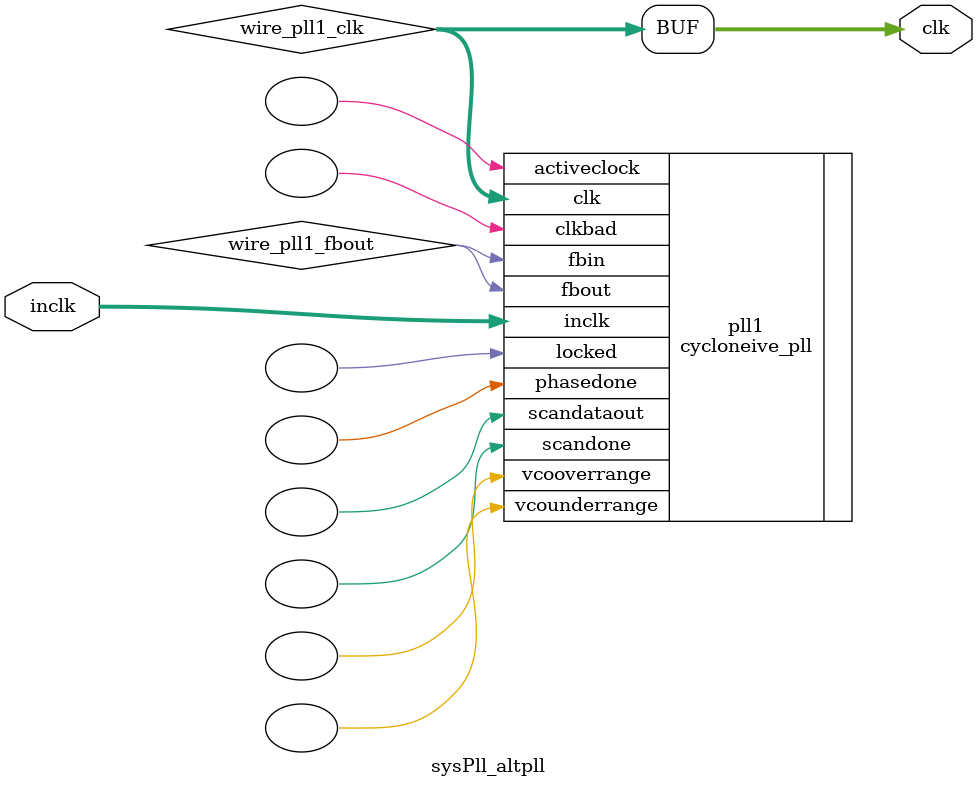
<source format=v>






//synthesis_resources = cycloneive_pll 1 
//synopsys translate_off
`timescale 1 ps / 1 ps
//synopsys translate_on
module  sysPll_altpll
	( 
	clk,
	inclk) /* synthesis synthesis_clearbox=1 */;
	output   [4:0]  clk;
	input   [1:0]  inclk;
`ifndef ALTERA_RESERVED_QIS
// synopsys translate_off
`endif
	tri0   [1:0]  inclk;
`ifndef ALTERA_RESERVED_QIS
// synopsys translate_on
`endif

	wire  [4:0]   wire_pll1_clk;
	wire  wire_pll1_fbout;

	cycloneive_pll   pll1
	( 
	.activeclock(),
	.clk(wire_pll1_clk),
	.clkbad(),
	.fbin(wire_pll1_fbout),
	.fbout(wire_pll1_fbout),
	.inclk(inclk),
	.locked(),
	.phasedone(),
	.scandataout(),
	.scandone(),
	.vcooverrange(),
	.vcounderrange()
	`ifndef FORMAL_VERIFICATION
	// synopsys translate_off
	`endif
	,
	.areset(1'b0),
	.clkswitch(1'b0),
	.configupdate(1'b0),
	.pfdena(1'b1),
	.phasecounterselect({3{1'b0}}),
	.phasestep(1'b0),
	.phaseupdown(1'b0),
	.scanclk(1'b0),
	.scanclkena(1'b1),
	.scandata(1'b0)
	`ifndef FORMAL_VERIFICATION
	// synopsys translate_on
	`endif
	);
	defparam
		pll1.bandwidth_type = "auto",
		pll1.clk0_divide_by = 1,
		pll1.clk0_duty_cycle = 50,
		pll1.clk0_multiply_by = 2,
		pll1.clk0_phase_shift = "0",
		pll1.clk1_divide_by = 1,
		pll1.clk1_duty_cycle = 50,
		pll1.clk1_multiply_by = 2,
		pll1.clk1_phase_shift = "-1806",
		pll1.compensate_clock = "clk0",
		pll1.inclk0_input_frequency = 20000,
		pll1.operation_mode = "normal",
		pll1.pll_type = "auto",
		pll1.lpm_type = "cycloneive_pll";
	assign
		clk = {wire_pll1_clk[4:0]};
endmodule //sysPll_altpll
//VALID FILE

</source>
